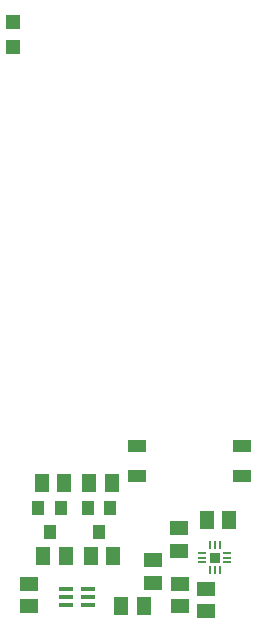
<source format=gbr>
G04 EAGLE Gerber RS-274X export*
G75*
%MOMM*%
%FSLAX34Y34*%
%LPD*%
%INSolderpaste Top*%
%IPPOS*%
%AMOC8*
5,1,8,0,0,1.08239X$1,22.5*%
G01*
%ADD10R,1.300000X1.500000*%
%ADD11R,1.000000X1.270000*%
%ADD12R,1.200000X0.400000*%
%ADD13R,1.500000X1.300000*%
%ADD14R,0.200000X0.700000*%
%ADD15R,0.700000X0.200000*%
%ADD16R,0.950000X0.950000*%
%ADD17R,1.500000X1.100000*%
%ADD18R,1.200000X1.200000*%


D10*
X398932Y386588D03*
X417932Y386588D03*
X458318Y386842D03*
X439318Y386842D03*
X400202Y324358D03*
X419202Y324358D03*
X459588Y324612D03*
X440588Y324612D03*
D11*
X405638Y345092D03*
X396138Y365092D03*
X415138Y365092D03*
X447548Y345092D03*
X438048Y365092D03*
X457048Y365092D03*
D12*
X419252Y296568D03*
X419252Y290068D03*
X419252Y283568D03*
X438252Y283568D03*
X438252Y290068D03*
X438252Y296568D03*
D13*
X388112Y282092D03*
X388112Y301092D03*
D14*
X541592Y312842D03*
X545592Y312842D03*
X549592Y312842D03*
D15*
X556092Y319342D03*
X556092Y323342D03*
X556092Y327342D03*
D14*
X549592Y333842D03*
X545592Y333842D03*
X541592Y333842D03*
D15*
X535092Y327342D03*
X535092Y323342D03*
X535092Y319342D03*
D16*
X545592Y323342D03*
D17*
X568560Y392590D03*
X568560Y417990D03*
X479560Y417990D03*
X479560Y392590D03*
D13*
X493268Y321158D03*
X493268Y302158D03*
X516382Y282092D03*
X516382Y301092D03*
X537718Y297028D03*
X537718Y278028D03*
D10*
X466242Y282448D03*
X485242Y282448D03*
X538632Y354838D03*
X557632Y354838D03*
D13*
X515112Y329082D03*
X515112Y348082D03*
D18*
X374868Y755882D03*
X374868Y776882D03*
M02*

</source>
